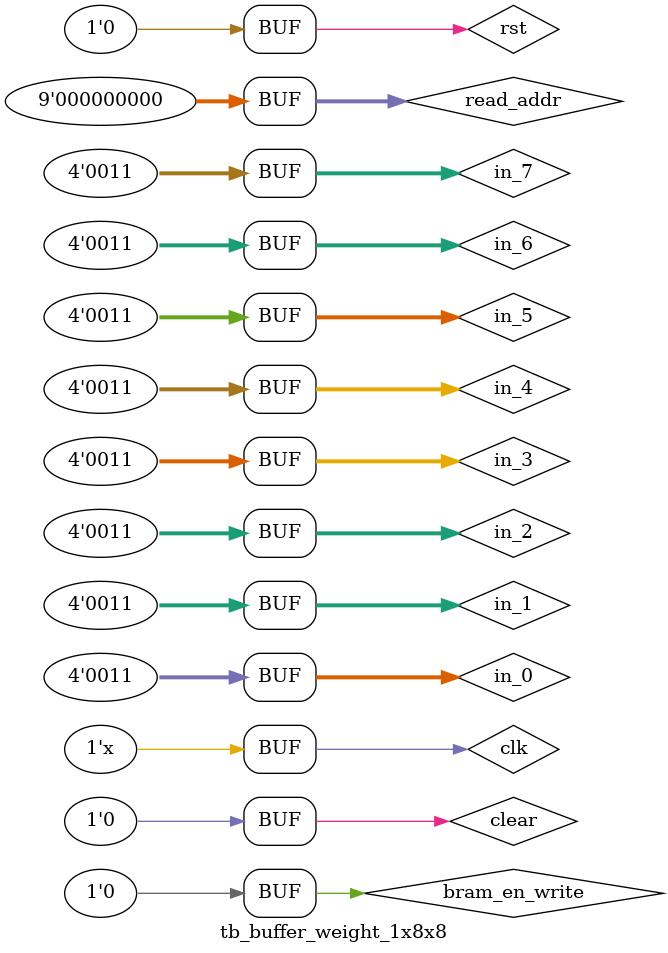
<source format=v>
`timescale 1ns/1ns
module tb_buffer_weight_1x8x8
#(
	parameter DEPTH=512,
	parameter ADDR_BIT=9,
	parameter RAM_STYLE_VAL="block"
)();
    reg clk;
    reg rst;
    reg clear;
    reg bram_en_write;
	reg [3:0] in_0;
	reg [3:0] in_1;
	reg [3:0] in_2;
	reg [3:0] in_3;
	reg [3:0] in_4;
	reg [3:0] in_5;
	reg [3:0] in_6;
	reg [3:0] in_7;
	
	reg [ADDR_BIT-1:0] read_addr;
	wire [35:0] weight_win3x3_00;
	wire [35:0] weight_win3x3_01;
	wire [35:0] weight_win3x3_02;
	wire [35:0] weight_win3x3_03;
	wire [35:0] weight_win3x3_04;
	wire [35:0] weight_win3x3_05;
	wire [35:0] weight_win3x3_06;
	wire [35:0] weight_win3x3_07;
	
	wire [35:0] weight_win3x3_10;
	wire [35:0] weight_win3x3_11;
	wire [35:0] weight_win3x3_12;
	wire [35:0] weight_win3x3_13;
	wire [35:0] weight_win3x3_14;
	wire [35:0] weight_win3x3_15;
	wire [35:0] weight_win3x3_16;
	wire [35:0] weight_win3x3_17;
	
	wire [35:0] weight_win3x3_20;
	wire [35:0] weight_win3x3_21;
	wire [35:0] weight_win3x3_22;
	wire [35:0] weight_win3x3_23;
	wire [35:0] weight_win3x3_24;
	wire [35:0] weight_win3x3_25;
	wire [35:0] weight_win3x3_26;
	wire [35:0] weight_win3x3_27;
	
	wire [35:0] weight_win3x3_30;
	wire [35:0] weight_win3x3_31;
	wire [35:0] weight_win3x3_32;
	wire [35:0] weight_win3x3_33;
	wire [35:0] weight_win3x3_34;
	wire [35:0] weight_win3x3_35;
	wire [35:0] weight_win3x3_36;
	wire [35:0] weight_win3x3_37;
	
	wire [35:0] weight_win3x3_40;
	wire [35:0] weight_win3x3_41;
	wire [35:0] weight_win3x3_42;
	wire [35:0] weight_win3x3_43;
	wire [35:0] weight_win3x3_44;
	wire [35:0] weight_win3x3_45;
	wire [35:0] weight_win3x3_46;
	wire [35:0] weight_win3x3_47;
	
	wire [35:0] weight_win3x3_50;
	wire [35:0] weight_win3x3_51;
	wire [35:0] weight_win3x3_52;
	wire [35:0] weight_win3x3_53;
	wire [35:0] weight_win3x3_54;
	wire [35:0] weight_win3x3_55;
	wire [35:0] weight_win3x3_56;
	wire [35:0] weight_win3x3_57;
	
	wire [35:0] weight_win3x3_60;
	wire [35:0] weight_win3x3_61;
	wire [35:0] weight_win3x3_62;
	wire [35:0] weight_win3x3_63;
	wire [35:0] weight_win3x3_64;
	wire [35:0] weight_win3x3_65;
	wire [35:0] weight_win3x3_66;
	wire [35:0] weight_win3x3_67;
	
	wire [35:0] weight_win3x3_70;
	wire [35:0] weight_win3x3_71;
	wire [35:0] weight_win3x3_72;
	wire [35:0] weight_win3x3_73;
	wire [35:0] weight_win3x3_74;
	wire [35:0] weight_win3x3_75;
	wire [35:0] weight_win3x3_76;
	wire [35:0] weight_win3x3_77;


    initial begin
        read_addr<=0;
        clk<=0;
        rst<=1;
        clear<=1;
        in_0<=0;
        in_1<=0;
        in_2<=0;
        in_3<=0;
        in_4<=0;
        in_5<=0;
        in_6<=0;
        in_7<=0;
        bram_en_write<=1;
        #100
        rst<=0;
        clear<=0;
        in_0<=1;
        in_1<=1;
        in_2<=1;
        in_3<=1;
        in_4<=1;
        in_5<=1;
        in_6<=1;
        in_7<=1;
        #100
        in_0<=2;
        in_1<=2;
        in_2<=2;
        in_3<=2;
        in_4<=2;
        in_5<=2;
        in_6<=2;
        in_7<=2;
        #100
        in_0<=3;
        in_1<=3;
        in_2<=3;
        in_3<=3;
        in_4<=3;
        in_5<=3;
        in_6<=3;
        in_7<=3;
        #100
        in_0<=1;
        in_1<=1;
        in_2<=1;
        in_3<=1;
        in_4<=1;
        in_5<=1;
        in_6<=1;
        in_7<=1;
        #100
        in_0<=2;
        in_1<=2;
        in_2<=2;
        in_3<=2;
        in_4<=2;
        in_5<=2;
        in_6<=2;
        in_7<=2;
        #100
        in_0<=3;
        in_1<=3;
        in_2<=3;
        in_3<=3;
        in_4<=3;
        in_5<=3;
        in_6<=3;
        in_7<=3;
        #100
        in_0<=1;
        in_1<=1;
        in_2<=1;
        in_3<=1;
        in_4<=1;
        in_5<=1;
        in_6<=1;
        in_7<=1;
        #100
        in_0<=2;
        in_1<=2;
        in_2<=2;
        in_3<=2;
        in_4<=2;
        in_5<=2;
        in_6<=2;
        in_7<=2;
        #100
        in_0<=3;
        in_1<=3;
        in_2<=3;
        in_3<=3;
        in_4<=3;
        in_5<=3;
        in_6<=3;
        in_7<=3;
        #100
        in_0<=1;
        in_1<=1;
        in_2<=1;
        in_3<=1;
        in_4<=1;
        in_5<=1;
        in_6<=1;
        in_7<=1;
        #100
        in_0<=2;
        in_1<=2;
        in_2<=2;
        in_3<=2;
        in_4<=2;
        in_5<=2;
        in_6<=2;
        in_7<=2;
        #100
        in_0<=3;
        in_1<=3;
        in_2<=3;
        in_3<=3;
        in_4<=3;
        in_5<=3;
        in_6<=3;
        in_7<=3;
        #100
        in_0<=1;
        in_1<=1;
        in_2<=1;
        in_3<=1;
        in_4<=1;
        in_5<=1;
        in_6<=1;
        in_7<=1;
        #100
        in_0<=2;
        in_1<=2;
        in_2<=2;
        in_3<=2;
        in_4<=2;
        in_5<=2;
        in_6<=2;
        in_7<=2;
        #100
        in_0<=3;
        in_1<=3;
        in_2<=3;
        in_3<=3;
        in_4<=3;
        in_5<=3;
        in_6<=3;
        in_7<=3;
        #100
        in_0<=1;
        in_1<=1;
        in_2<=1;
        in_3<=1;
        in_4<=1;
        in_5<=1;
        in_6<=1;
        in_7<=1;
        #100
        in_0<=2;
        in_1<=2;
        in_2<=2;
        in_3<=2;
        in_4<=2;
        in_5<=2;
        in_6<=2;
        in_7<=2;
        #100
        in_0<=3;
        in_1<=3;
        in_2<=3;
        in_3<=3;
        in_4<=3;
        in_5<=3;
        in_6<=3;
        in_7<=3;
        #100
        in_0<=1;
        in_1<=1;
        in_2<=1;
        in_3<=1;
        in_4<=1;
        in_5<=1;
        in_6<=1;
        in_7<=1;
        #100
        in_0<=2;
        in_1<=2;
        in_2<=2;
        in_3<=2;
        in_4<=2;
        in_5<=2;
        in_6<=2;
        in_7<=2;
        #100
        in_0<=3;
        in_1<=3;
        in_2<=3;
        in_3<=3;
        in_4<=3;
        in_5<=3;
        in_6<=3;
        in_7<=3;

        

        #1000 read_addr<=0;bram_en_write<=0;
        #1000 read_addr<=0;
        #1000 read_addr<=0;
        #1000 read_addr<=0;
        #1000 read_addr<=0;
        #1000 read_addr<=0;
        
    end
    always #80 clk=~clk;
    buffer_weight_1x8x8 u_buffer_weight_1x8x8(
        .clk             (clk             ),
        .rst             (rst             ),
        .clear           (clear           ),
        .bram_en_write   (bram_en_write   ),
        .in_0            (in_0            ),
        .in_1            (in_1            ),
        .in_2            (in_2            ),
        .in_3            (in_3            ),
        .in_4            (in_4            ),
        .in_5            (in_5            ),
        .in_6            (in_6            ),
        .in_7            (in_7            ),
        .read_addr       (read_addr       ),
        .weight_win3x3_00(weight_win3x3_00),
        .weight_win3x3_01(weight_win3x3_01),
        .weight_win3x3_02(weight_win3x3_02),
        .weight_win3x3_03(weight_win3x3_03),
        .weight_win3x3_04(weight_win3x3_04),
        .weight_win3x3_05(weight_win3x3_05),
        .weight_win3x3_06(weight_win3x3_06),
        .weight_win3x3_07(weight_win3x3_07),
        .weight_win3x3_10(weight_win3x3_10),
        .weight_win3x3_11(weight_win3x3_11),
        .weight_win3x3_12(weight_win3x3_12),
        .weight_win3x3_13(weight_win3x3_13),
        .weight_win3x3_14(weight_win3x3_14),
        .weight_win3x3_15(weight_win3x3_15),
        .weight_win3x3_16(weight_win3x3_16),
        .weight_win3x3_17(weight_win3x3_17),
        .weight_win3x3_20(weight_win3x3_20),
        .weight_win3x3_21(weight_win3x3_21),
        .weight_win3x3_22(weight_win3x3_22),
        .weight_win3x3_23(weight_win3x3_23),
        .weight_win3x3_24(weight_win3x3_24),
        .weight_win3x3_25(weight_win3x3_25),
        .weight_win3x3_26(weight_win3x3_26),
        .weight_win3x3_27(weight_win3x3_27),
        .weight_win3x3_30(weight_win3x3_30),
        .weight_win3x3_31(weight_win3x3_31),
        .weight_win3x3_32(weight_win3x3_32),
        .weight_win3x3_33(weight_win3x3_33),
        .weight_win3x3_34(weight_win3x3_34),
        .weight_win3x3_35(weight_win3x3_35),
        .weight_win3x3_36(weight_win3x3_36),
        .weight_win3x3_37(weight_win3x3_37),
        .weight_win3x3_40(weight_win3x3_40),
        .weight_win3x3_41(weight_win3x3_41),
        .weight_win3x3_42(weight_win3x3_42),
        .weight_win3x3_43(weight_win3x3_43),
        .weight_win3x3_44(weight_win3x3_44),
        .weight_win3x3_45(weight_win3x3_45),
        .weight_win3x3_46(weight_win3x3_46),
        .weight_win3x3_47(weight_win3x3_47),
        .weight_win3x3_50(weight_win3x3_50),
        .weight_win3x3_51(weight_win3x3_51),
        .weight_win3x3_52(weight_win3x3_52),
        .weight_win3x3_53(weight_win3x3_53),
        .weight_win3x3_54(weight_win3x3_54),
        .weight_win3x3_55(weight_win3x3_55),
        .weight_win3x3_56(weight_win3x3_56),
        .weight_win3x3_57(weight_win3x3_57),
        .weight_win3x3_60(weight_win3x3_60),
        .weight_win3x3_61(weight_win3x3_61),
        .weight_win3x3_62(weight_win3x3_62),
        .weight_win3x3_63(weight_win3x3_63),
        .weight_win3x3_64(weight_win3x3_64),
        .weight_win3x3_65(weight_win3x3_65),
        .weight_win3x3_66(weight_win3x3_66),
        .weight_win3x3_67(weight_win3x3_67),
        .weight_win3x3_70(weight_win3x3_70),
        .weight_win3x3_71(weight_win3x3_71),
        .weight_win3x3_72(weight_win3x3_72),
        .weight_win3x3_73(weight_win3x3_73),
        .weight_win3x3_74(weight_win3x3_74),
        .weight_win3x3_75(weight_win3x3_75),
        .weight_win3x3_76(weight_win3x3_76),
        .weight_win3x3_77(weight_win3x3_77)
    );

endmodule
</source>
